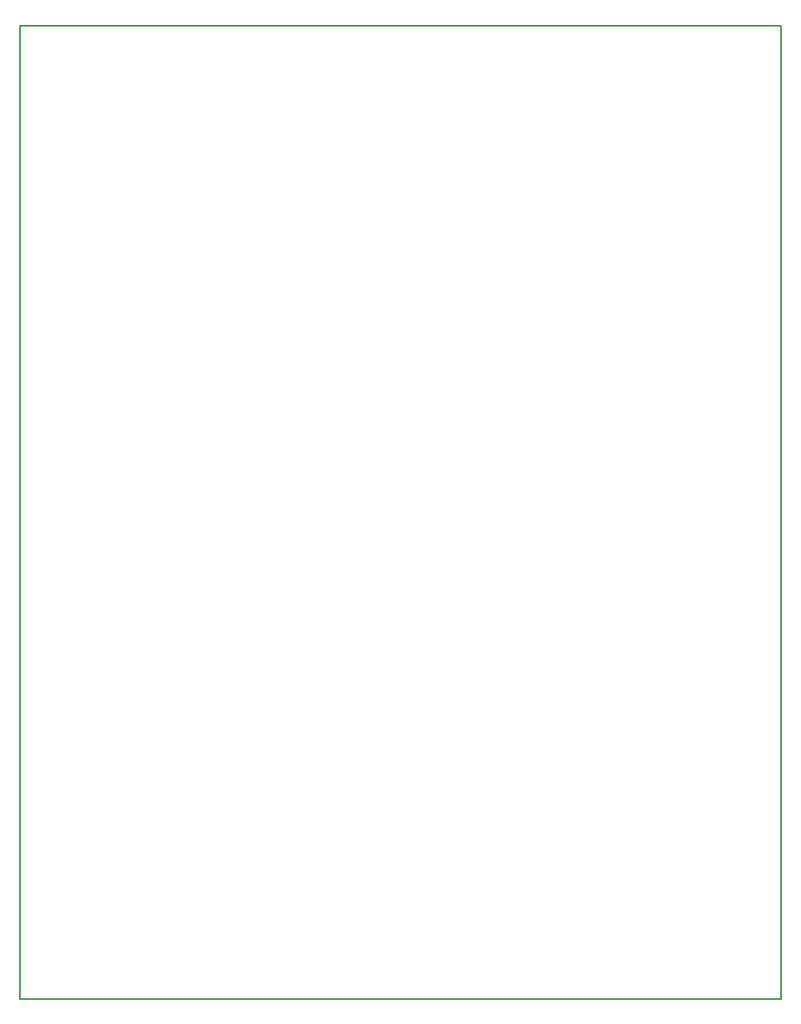
<source format=gm1>
G04 #@! TF.FileFunction,Profile,NP*
%FSLAX46Y46*%
G04 Gerber Fmt 4.6, Leading zero omitted, Abs format (unit mm)*
G04 Created by KiCad (PCBNEW 4.0.7) date 03/08/18 20:01:15*
%MOMM*%
%LPD*%
G01*
G04 APERTURE LIST*
%ADD10C,0.200000*%
G04 APERTURE END LIST*
D10*
X129540000Y-165100000D02*
X207010000Y-165100000D01*
X207010000Y-66040000D02*
X129540000Y-66040000D01*
X129540000Y-165100000D02*
X129540000Y-163830000D01*
X207010000Y-111760000D02*
X207010000Y-165100000D01*
X207010000Y-66040000D02*
X207010000Y-111760000D01*
X129540000Y-163830000D02*
X129540000Y-66040000D01*
M02*

</source>
